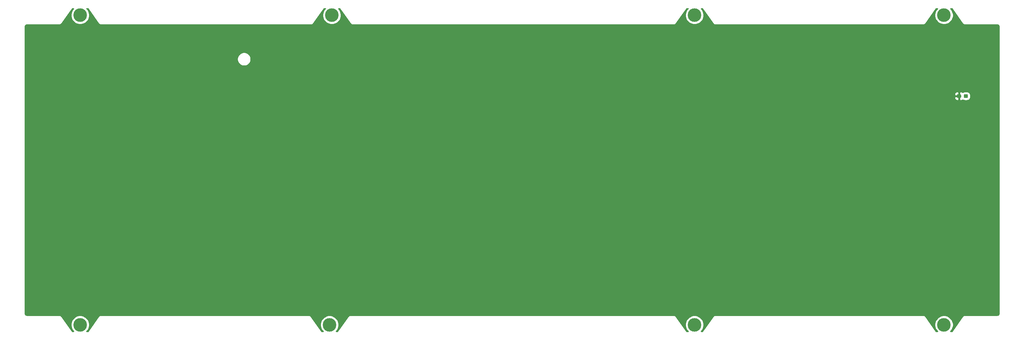
<source format=gbr>
G04 #@! TF.GenerationSoftware,KiCad,Pcbnew,(5.1.4-0)*
G04 #@! TF.CreationDate,2021-10-24T15:44:52-05:00*
G04 #@! TF.ProjectId,bottom_plate,626f7474-6f6d-45f7-906c-6174652e6b69,rev?*
G04 #@! TF.SameCoordinates,Original*
G04 #@! TF.FileFunction,Copper,L1,Top*
G04 #@! TF.FilePolarity,Positive*
%FSLAX46Y46*%
G04 Gerber Fmt 4.6, Leading zero omitted, Abs format (unit mm)*
G04 Created by KiCad (PCBNEW (5.1.4-0)) date 2021-10-24 15:44:52*
%MOMM*%
%LPD*%
G04 APERTURE LIST*
%ADD10C,0.100000*%
%ADD11C,0.950000*%
%ADD12C,3.500000*%
%ADD13C,0.500000*%
%ADD14C,0.250000*%
%ADD15C,0.254000*%
G04 APERTURE END LIST*
D10*
G36*
X389951468Y-59045048D02*
G01*
X389974523Y-59048467D01*
X389997132Y-59054131D01*
X390019076Y-59061983D01*
X390040146Y-59071948D01*
X390060137Y-59083930D01*
X390078857Y-59097814D01*
X390096127Y-59113466D01*
X390111779Y-59130736D01*
X390125663Y-59149456D01*
X390137645Y-59169447D01*
X390147610Y-59190517D01*
X390155462Y-59212461D01*
X390161126Y-59235070D01*
X390164545Y-59258125D01*
X390165689Y-59281404D01*
X390165689Y-59756404D01*
X390164545Y-59779683D01*
X390161126Y-59802738D01*
X390155462Y-59825347D01*
X390147610Y-59847291D01*
X390137645Y-59868361D01*
X390125663Y-59888352D01*
X390111779Y-59907072D01*
X390096127Y-59924342D01*
X390078857Y-59939994D01*
X390060137Y-59953878D01*
X390040146Y-59965860D01*
X390019076Y-59975825D01*
X389997132Y-59983677D01*
X389974523Y-59989341D01*
X389951468Y-59992760D01*
X389928189Y-59993904D01*
X389353189Y-59993904D01*
X389329910Y-59992760D01*
X389306855Y-59989341D01*
X389284246Y-59983677D01*
X389262302Y-59975825D01*
X389241232Y-59965860D01*
X389221241Y-59953878D01*
X389202521Y-59939994D01*
X389185251Y-59924342D01*
X389169599Y-59907072D01*
X389155715Y-59888352D01*
X389143733Y-59868361D01*
X389133768Y-59847291D01*
X389125916Y-59825347D01*
X389120252Y-59802738D01*
X389116833Y-59779683D01*
X389115689Y-59756404D01*
X389115689Y-59281404D01*
X389116833Y-59258125D01*
X389120252Y-59235070D01*
X389125916Y-59212461D01*
X389133768Y-59190517D01*
X389143733Y-59169447D01*
X389155715Y-59149456D01*
X389169599Y-59130736D01*
X389185251Y-59113466D01*
X389202521Y-59097814D01*
X389221241Y-59083930D01*
X389241232Y-59071948D01*
X389262302Y-59061983D01*
X389284246Y-59054131D01*
X389306855Y-59048467D01*
X389329910Y-59045048D01*
X389353189Y-59043904D01*
X389928189Y-59043904D01*
X389951468Y-59045048D01*
X389951468Y-59045048D01*
G37*
D11*
X389640689Y-59518904D03*
D10*
G36*
X388201468Y-59045048D02*
G01*
X388224523Y-59048467D01*
X388247132Y-59054131D01*
X388269076Y-59061983D01*
X388290146Y-59071948D01*
X388310137Y-59083930D01*
X388328857Y-59097814D01*
X388346127Y-59113466D01*
X388361779Y-59130736D01*
X388375663Y-59149456D01*
X388387645Y-59169447D01*
X388397610Y-59190517D01*
X388405462Y-59212461D01*
X388411126Y-59235070D01*
X388414545Y-59258125D01*
X388415689Y-59281404D01*
X388415689Y-59756404D01*
X388414545Y-59779683D01*
X388411126Y-59802738D01*
X388405462Y-59825347D01*
X388397610Y-59847291D01*
X388387645Y-59868361D01*
X388375663Y-59888352D01*
X388361779Y-59907072D01*
X388346127Y-59924342D01*
X388328857Y-59939994D01*
X388310137Y-59953878D01*
X388290146Y-59965860D01*
X388269076Y-59975825D01*
X388247132Y-59983677D01*
X388224523Y-59989341D01*
X388201468Y-59992760D01*
X388178189Y-59993904D01*
X387603189Y-59993904D01*
X387579910Y-59992760D01*
X387556855Y-59989341D01*
X387534246Y-59983677D01*
X387512302Y-59975825D01*
X387491232Y-59965860D01*
X387471241Y-59953878D01*
X387452521Y-59939994D01*
X387435251Y-59924342D01*
X387419599Y-59907072D01*
X387405715Y-59888352D01*
X387393733Y-59868361D01*
X387383768Y-59847291D01*
X387375916Y-59825347D01*
X387370252Y-59802738D01*
X387366833Y-59779683D01*
X387365689Y-59756404D01*
X387365689Y-59281404D01*
X387366833Y-59258125D01*
X387370252Y-59235070D01*
X387375916Y-59212461D01*
X387383768Y-59190517D01*
X387393733Y-59169447D01*
X387405715Y-59149456D01*
X387419599Y-59130736D01*
X387435251Y-59113466D01*
X387452521Y-59097814D01*
X387471241Y-59083930D01*
X387491232Y-59071948D01*
X387512302Y-59061983D01*
X387534246Y-59054131D01*
X387556855Y-59048467D01*
X387579910Y-59045048D01*
X387603189Y-59043904D01*
X388178189Y-59043904D01*
X388201468Y-59045048D01*
X388201468Y-59045048D01*
G37*
D11*
X387890689Y-59518904D03*
D12*
X319709314Y-118454824D03*
X319709381Y-38682951D03*
X225649927Y-118454824D03*
X226245240Y-38683016D03*
X161356123Y-118454824D03*
X161356322Y-38683016D03*
X384003010Y-38683016D03*
X384003010Y-118454824D03*
D13*
X385194165Y-59518840D03*
D14*
X387711370Y-59518840D02*
X385194165Y-59518840D01*
D15*
G36*
X317856831Y-37162602D02*
G01*
X317595821Y-37553230D01*
X317416035Y-37987272D01*
X317324381Y-38448049D01*
X317324381Y-38917853D01*
X317416035Y-39378630D01*
X317595821Y-39812672D01*
X317856831Y-40203300D01*
X318189032Y-40535501D01*
X318579660Y-40796511D01*
X319013702Y-40976297D01*
X319474479Y-41067951D01*
X319944283Y-41067951D01*
X320405060Y-40976297D01*
X320839102Y-40796511D01*
X321229730Y-40535501D01*
X321561931Y-40203300D01*
X321822941Y-39812672D01*
X322002727Y-39378630D01*
X322094381Y-38917853D01*
X322094381Y-38448049D01*
X322002727Y-37987272D01*
X321822941Y-37553230D01*
X321561931Y-37162602D01*
X321361033Y-36961704D01*
X321751082Y-36961704D01*
X324505207Y-40817712D01*
X324515697Y-40837337D01*
X324542894Y-40870476D01*
X324548889Y-40878870D01*
X324563476Y-40895556D01*
X324598174Y-40937835D01*
X324606186Y-40944411D01*
X324613017Y-40952224D01*
X324656388Y-40985610D01*
X324698672Y-41020312D01*
X324707820Y-41025202D01*
X324716037Y-41031527D01*
X324765079Y-41055807D01*
X324813329Y-41081597D01*
X324823249Y-41084606D01*
X324832548Y-41089210D01*
X324885386Y-41103456D01*
X324937739Y-41119337D01*
X324948062Y-41120354D01*
X324958074Y-41123053D01*
X325012664Y-41126716D01*
X325034703Y-41128887D01*
X325045010Y-41128887D01*
X325087792Y-41131758D01*
X325109862Y-41128887D01*
X378602454Y-41128952D01*
X378624514Y-41131822D01*
X378667301Y-41128952D01*
X378677620Y-41128952D01*
X378699655Y-41126782D01*
X378754231Y-41123121D01*
X378764251Y-41120420D01*
X378774584Y-41119402D01*
X378826936Y-41103521D01*
X378879758Y-41089281D01*
X378889063Y-41084675D01*
X378898994Y-41081662D01*
X378947247Y-41055871D01*
X378996271Y-41031601D01*
X379004494Y-41025272D01*
X379013651Y-41020377D01*
X379055933Y-40985677D01*
X379099293Y-40952301D01*
X379106129Y-40944482D01*
X379114149Y-40937900D01*
X379148851Y-40895616D01*
X379163423Y-40878948D01*
X379169419Y-40870554D01*
X379196626Y-40837402D01*
X379207113Y-40817781D01*
X381961402Y-36961768D01*
X382351359Y-36961768D01*
X382150460Y-37162667D01*
X381889450Y-37553295D01*
X381709664Y-37987337D01*
X381618010Y-38448114D01*
X381618010Y-38917918D01*
X381709664Y-39378695D01*
X381889450Y-39812737D01*
X382150460Y-40203365D01*
X382482661Y-40535566D01*
X382873289Y-40796576D01*
X383307331Y-40976362D01*
X383768108Y-41068016D01*
X384237912Y-41068016D01*
X384698689Y-40976362D01*
X385132731Y-40796576D01*
X385523359Y-40535566D01*
X385855560Y-40203365D01*
X386116570Y-39812737D01*
X386296356Y-39378695D01*
X386388010Y-38917918D01*
X386388010Y-38448114D01*
X386296356Y-37987337D01*
X386116570Y-37553295D01*
X385855560Y-37162667D01*
X385654661Y-36961768D01*
X386044778Y-36961768D01*
X388799040Y-40817968D01*
X388809391Y-40837333D01*
X388836233Y-40870040D01*
X388842585Y-40878934D01*
X388858033Y-40896605D01*
X388891867Y-40937832D01*
X388899683Y-40944247D01*
X388906713Y-40952288D01*
X388951331Y-40986634D01*
X388992364Y-41020310D01*
X389001245Y-41025057D01*
X389009733Y-41031591D01*
X389060380Y-41056666D01*
X389107021Y-41081596D01*
X389116613Y-41084506D01*
X389126244Y-41089274D01*
X389180955Y-41104025D01*
X389231431Y-41119337D01*
X389241387Y-41120318D01*
X389251770Y-41123117D01*
X389308384Y-41126916D01*
X389328394Y-41128887D01*
X389337753Y-41128887D01*
X389381488Y-41131822D01*
X389404047Y-41128888D01*
X397662903Y-41128951D01*
X397797637Y-41142162D01*
X397896182Y-41171915D01*
X397987079Y-41220245D01*
X398066848Y-41285303D01*
X398132471Y-41364628D01*
X398181431Y-41455178D01*
X398211872Y-41553515D01*
X398225811Y-41686135D01*
X398225810Y-115445987D01*
X398212600Y-115580714D01*
X398182846Y-115679263D01*
X398134516Y-115770157D01*
X398069459Y-115849926D01*
X397990136Y-115915547D01*
X397899584Y-115964509D01*
X397801249Y-115994949D01*
X397668624Y-116008888D01*
X389403565Y-116008952D01*
X389381511Y-116006083D01*
X389338720Y-116008953D01*
X389328394Y-116008953D01*
X389306355Y-116011124D01*
X389251794Y-116014783D01*
X389241773Y-116017484D01*
X389231431Y-116018503D01*
X389179063Y-116034389D01*
X389126266Y-116048622D01*
X389116959Y-116053229D01*
X389107021Y-116056244D01*
X389058771Y-116082034D01*
X389009753Y-116106300D01*
X389001525Y-116112633D01*
X388992364Y-116117530D01*
X388950087Y-116152227D01*
X388906730Y-116185600D01*
X388899890Y-116193424D01*
X388891867Y-116200008D01*
X388857196Y-116242255D01*
X388842599Y-116258951D01*
X388836585Y-116267370D01*
X388809391Y-116300507D01*
X388798913Y-116320111D01*
X386044614Y-120176072D01*
X385654661Y-120176072D01*
X385855560Y-119975173D01*
X386116570Y-119584545D01*
X386296356Y-119150503D01*
X386388010Y-118689726D01*
X386388010Y-118219922D01*
X386296356Y-117759145D01*
X386116570Y-117325103D01*
X385855560Y-116934475D01*
X385523359Y-116602274D01*
X385132731Y-116341264D01*
X384698689Y-116161478D01*
X384237912Y-116069824D01*
X383768108Y-116069824D01*
X383307331Y-116161478D01*
X382873289Y-116341264D01*
X382482661Y-116602274D01*
X382150460Y-116934475D01*
X381889450Y-117325103D01*
X381709664Y-117759145D01*
X381618010Y-118219922D01*
X381618010Y-118689726D01*
X381709664Y-119150503D01*
X381889450Y-119584545D01*
X382150460Y-119975173D01*
X382351359Y-120176072D01*
X381961402Y-120176072D01*
X379206979Y-116319871D01*
X379196627Y-116300503D01*
X379169770Y-116267778D01*
X379163423Y-116258892D01*
X379147997Y-116241247D01*
X379114150Y-116200005D01*
X379106328Y-116193585D01*
X379099293Y-116185539D01*
X379054674Y-116151194D01*
X379013652Y-116117528D01*
X379004768Y-116112779D01*
X378996271Y-116106239D01*
X378945613Y-116081161D01*
X378898995Y-116056243D01*
X378889400Y-116053332D01*
X378879758Y-116048559D01*
X378825020Y-116033802D01*
X378774585Y-116018503D01*
X378764631Y-116017523D01*
X378754231Y-116014719D01*
X378697589Y-116010920D01*
X378677621Y-116008953D01*
X378668270Y-116008953D01*
X378624514Y-116006018D01*
X378601956Y-116008953D01*
X325109865Y-116008888D01*
X325087803Y-116006018D01*
X325045026Y-116008888D01*
X325034704Y-116008888D01*
X325012647Y-116011060D01*
X324958086Y-116014721D01*
X324948074Y-116017420D01*
X324937740Y-116018438D01*
X324885368Y-116034325D01*
X324832559Y-116048562D01*
X324823259Y-116053166D01*
X324813330Y-116056178D01*
X324765082Y-116081967D01*
X324716047Y-116106242D01*
X324707824Y-116112572D01*
X324698673Y-116117463D01*
X324656400Y-116152156D01*
X324613025Y-116185544D01*
X324606190Y-116193363D01*
X324598175Y-116199940D01*
X324563486Y-116242208D01*
X324548896Y-116258897D01*
X324542895Y-116267298D01*
X324515698Y-116300438D01*
X324505212Y-116320056D01*
X321750981Y-120176072D01*
X321360965Y-120176072D01*
X321561864Y-119975173D01*
X321822874Y-119584545D01*
X322002660Y-119150503D01*
X322094314Y-118689726D01*
X322094314Y-118219922D01*
X322002660Y-117759145D01*
X321822874Y-117325103D01*
X321561864Y-116934475D01*
X321229663Y-116602274D01*
X320839035Y-116341264D01*
X320404993Y-116161478D01*
X319944216Y-116069824D01*
X319474412Y-116069824D01*
X319013635Y-116161478D01*
X318579593Y-116341264D01*
X318188965Y-116602274D01*
X317856764Y-116934475D01*
X317595754Y-117325103D01*
X317415968Y-117759145D01*
X317324314Y-118219922D01*
X317324314Y-118689726D01*
X317415968Y-119150503D01*
X317595754Y-119584545D01*
X317856764Y-119975173D01*
X318057663Y-120176072D01*
X317667713Y-120176072D01*
X314913418Y-116320060D01*
X314902930Y-116300438D01*
X314875721Y-116267283D01*
X314869726Y-116258891D01*
X314855160Y-116242230D01*
X314820453Y-116199940D01*
X314812430Y-116193355D01*
X314805596Y-116185539D01*
X314762244Y-116152169D01*
X314719955Y-116117463D01*
X314710798Y-116112569D01*
X314702574Y-116106238D01*
X314653549Y-116081968D01*
X314605298Y-116056178D01*
X314595365Y-116053165D01*
X314586061Y-116048559D01*
X314533248Y-116034321D01*
X314480888Y-116018438D01*
X314470554Y-116017420D01*
X314460534Y-116014719D01*
X314405961Y-116011058D01*
X314383924Y-116008888D01*
X314373604Y-116008888D01*
X314330817Y-116006018D01*
X314308758Y-116008888D01*
X231050577Y-116008953D01*
X231028519Y-116006083D01*
X230985727Y-116008953D01*
X230975407Y-116008953D01*
X230953378Y-116011123D01*
X230898802Y-116014783D01*
X230888779Y-116017485D01*
X230878443Y-116018503D01*
X230826095Y-116034383D01*
X230773274Y-116048622D01*
X230763966Y-116053230D01*
X230754033Y-116056243D01*
X230705798Y-116082025D01*
X230656761Y-116106300D01*
X230648532Y-116112634D01*
X230639376Y-116117528D01*
X230597105Y-116152219D01*
X230553738Y-116185600D01*
X230546899Y-116193422D01*
X230538878Y-116200005D01*
X230504201Y-116242259D01*
X230489607Y-116258951D01*
X230483598Y-116267364D01*
X230456401Y-116300503D01*
X230445920Y-116320112D01*
X227691622Y-120176072D01*
X227301578Y-120176072D01*
X227502477Y-119975173D01*
X227763487Y-119584545D01*
X227943273Y-119150503D01*
X228034927Y-118689726D01*
X228034927Y-118219922D01*
X227943273Y-117759145D01*
X227763487Y-117325103D01*
X227502477Y-116934475D01*
X227170276Y-116602274D01*
X226779648Y-116341264D01*
X226345606Y-116161478D01*
X225884829Y-116069824D01*
X225415025Y-116069824D01*
X224954248Y-116161478D01*
X224520206Y-116341264D01*
X224129578Y-116602274D01*
X223797377Y-116934475D01*
X223536367Y-117325103D01*
X223356581Y-117759145D01*
X223264927Y-118219922D01*
X223264927Y-118689726D01*
X223356581Y-119150503D01*
X223536367Y-119584545D01*
X223797377Y-119975173D01*
X223998276Y-120176072D01*
X223608329Y-120176072D01*
X220854124Y-116320063D01*
X220843634Y-116300437D01*
X220816430Y-116267289D01*
X220810437Y-116258899D01*
X220795865Y-116242231D01*
X220761156Y-116199939D01*
X220753136Y-116193357D01*
X220746307Y-116185546D01*
X220702949Y-116152170D01*
X220660658Y-116117463D01*
X220651509Y-116112573D01*
X220643286Y-116106243D01*
X220594244Y-116081964D01*
X220546001Y-116056178D01*
X220536074Y-116053167D01*
X220526775Y-116048563D01*
X220473956Y-116034323D01*
X220421591Y-116018438D01*
X220411262Y-116017421D01*
X220401248Y-116014721D01*
X220346677Y-116011060D01*
X220324627Y-116008888D01*
X220314308Y-116008888D01*
X220271531Y-116006018D01*
X220249468Y-116008888D01*
X166757387Y-116009017D01*
X166734844Y-116006083D01*
X166691078Y-116009017D01*
X166681710Y-116009017D01*
X166661744Y-116010983D01*
X166605126Y-116014779D01*
X166594715Y-116017585D01*
X166584746Y-116018567D01*
X166534310Y-116033867D01*
X166479598Y-116048614D01*
X166469946Y-116053392D01*
X166460336Y-116056307D01*
X166413718Y-116081224D01*
X166363083Y-116106289D01*
X166354577Y-116112836D01*
X166345679Y-116117592D01*
X166304663Y-116151254D01*
X166260058Y-116185585D01*
X166253013Y-116193642D01*
X166245181Y-116200070D01*
X166211366Y-116241274D01*
X166195924Y-116258935D01*
X166189555Y-116267851D01*
X166162705Y-116300568D01*
X166152365Y-116319912D01*
X163397744Y-120176072D01*
X163007774Y-120176072D01*
X163208673Y-119975173D01*
X163469683Y-119584545D01*
X163649469Y-119150503D01*
X163741123Y-118689726D01*
X163741123Y-118219922D01*
X163649469Y-117759145D01*
X163469683Y-117325103D01*
X163208673Y-116934475D01*
X162876472Y-116602274D01*
X162485844Y-116341264D01*
X162051802Y-116161478D01*
X161591025Y-116069824D01*
X161121221Y-116069824D01*
X160660444Y-116161478D01*
X160226402Y-116341264D01*
X159835774Y-116602274D01*
X159503573Y-116934475D01*
X159242563Y-117325103D01*
X159062777Y-117759145D01*
X158971123Y-118219922D01*
X158971123Y-118689726D01*
X159062777Y-119150503D01*
X159242563Y-119584545D01*
X159503573Y-119975173D01*
X159704472Y-120176072D01*
X159314532Y-120176072D01*
X156560433Y-116320072D01*
X156549939Y-116300438D01*
X156522733Y-116267288D01*
X156516748Y-116258908D01*
X156502181Y-116242246D01*
X156467462Y-116199940D01*
X156459447Y-116193362D01*
X156452620Y-116185553D01*
X156409272Y-116152185D01*
X156366964Y-116117463D01*
X156357811Y-116112571D01*
X156349600Y-116106250D01*
X156300595Y-116081988D01*
X156252307Y-116056178D01*
X156242379Y-116053166D01*
X156233089Y-116048567D01*
X156180289Y-116034331D01*
X156127897Y-116018438D01*
X156117569Y-116017421D01*
X156107563Y-116014723D01*
X156053000Y-116011061D01*
X156030933Y-116008888D01*
X156020614Y-116008888D01*
X155977847Y-116006018D01*
X155955782Y-116008888D01*
X147696423Y-116008888D01*
X147561696Y-115995678D01*
X147463147Y-115965924D01*
X147372253Y-115917594D01*
X147292484Y-115852537D01*
X147226863Y-115773214D01*
X147177901Y-115682662D01*
X147147461Y-115584327D01*
X147133522Y-115451707D01*
X147133522Y-59993904D01*
X386727617Y-59993904D01*
X386739877Y-60118386D01*
X386776187Y-60238084D01*
X386835152Y-60348398D01*
X386914504Y-60445089D01*
X387011195Y-60524441D01*
X387121509Y-60583406D01*
X387241207Y-60619716D01*
X387365689Y-60631976D01*
X387604939Y-60628904D01*
X387763689Y-60470154D01*
X387763689Y-59645904D01*
X386889439Y-59645904D01*
X386730689Y-59804654D01*
X386727617Y-59993904D01*
X147133522Y-59993904D01*
X147133522Y-59043904D01*
X386727617Y-59043904D01*
X386730689Y-59233154D01*
X386889439Y-59391904D01*
X387763689Y-59391904D01*
X387763689Y-58567654D01*
X388017689Y-58567654D01*
X388017689Y-59391904D01*
X388037689Y-59391904D01*
X388037689Y-59645904D01*
X388017689Y-59645904D01*
X388017689Y-60470154D01*
X388176439Y-60628904D01*
X388415689Y-60631976D01*
X388540171Y-60619716D01*
X388659869Y-60583406D01*
X388770183Y-60524441D01*
X388842850Y-60464805D01*
X388866747Y-60484416D01*
X389018122Y-60565327D01*
X389182373Y-60615152D01*
X389353189Y-60631976D01*
X389928189Y-60631976D01*
X390099005Y-60615152D01*
X390263256Y-60565327D01*
X390414631Y-60484416D01*
X390547312Y-60375527D01*
X390656201Y-60242846D01*
X390737112Y-60091471D01*
X390786937Y-59927220D01*
X390803761Y-59756404D01*
X390803761Y-59281404D01*
X390786937Y-59110588D01*
X390737112Y-58946337D01*
X390656201Y-58794962D01*
X390547312Y-58662281D01*
X390414631Y-58553392D01*
X390263256Y-58472481D01*
X390099005Y-58422656D01*
X389928189Y-58405832D01*
X389353189Y-58405832D01*
X389182373Y-58422656D01*
X389018122Y-58472481D01*
X388866747Y-58553392D01*
X388842850Y-58573003D01*
X388770183Y-58513367D01*
X388659869Y-58454402D01*
X388540171Y-58418092D01*
X388415689Y-58405832D01*
X388176439Y-58408904D01*
X388017689Y-58567654D01*
X387763689Y-58567654D01*
X387604939Y-58408904D01*
X387365689Y-58405832D01*
X387241207Y-58418092D01*
X387121509Y-58454402D01*
X387011195Y-58513367D01*
X386914504Y-58592719D01*
X386835152Y-58689410D01*
X386776187Y-58799724D01*
X386739877Y-58919422D01*
X386727617Y-59043904D01*
X147133522Y-59043904D01*
X147133522Y-49823061D01*
X201888474Y-49823061D01*
X201888474Y-50164827D01*
X201955149Y-50500025D01*
X202085937Y-50815775D01*
X202275811Y-51099942D01*
X202517476Y-51341607D01*
X202801643Y-51531481D01*
X203117393Y-51662269D01*
X203452591Y-51728944D01*
X203794357Y-51728944D01*
X204129555Y-51662269D01*
X204445305Y-51531481D01*
X204729472Y-51341607D01*
X204971137Y-51099942D01*
X205161011Y-50815775D01*
X205291799Y-50500025D01*
X205358474Y-50164827D01*
X205358474Y-49823061D01*
X205291799Y-49487863D01*
X205161011Y-49172113D01*
X204971137Y-48887946D01*
X204729472Y-48646281D01*
X204445305Y-48456407D01*
X204129555Y-48325619D01*
X203794357Y-48258944D01*
X203452591Y-48258944D01*
X203117393Y-48325619D01*
X202801643Y-48456407D01*
X202517476Y-48646281D01*
X202275811Y-48887946D01*
X202085937Y-49172113D01*
X201955149Y-49487863D01*
X201888474Y-49823061D01*
X147133522Y-49823061D01*
X147133522Y-41691853D01*
X147146732Y-41557125D01*
X147176485Y-41458580D01*
X147224815Y-41367683D01*
X147289873Y-41287914D01*
X147369198Y-41222291D01*
X147459748Y-41173331D01*
X147558085Y-41142890D01*
X147690695Y-41128952D01*
X155955767Y-41128952D01*
X155977825Y-41131822D01*
X156020612Y-41128952D01*
X156030933Y-41128952D01*
X156052972Y-41126781D01*
X156107542Y-41123121D01*
X156117561Y-41120420D01*
X156127897Y-41119402D01*
X156180265Y-41103516D01*
X156233069Y-41089281D01*
X156242371Y-41084676D01*
X156252307Y-41081662D01*
X156300570Y-41055865D01*
X156349582Y-41031602D01*
X156357804Y-41025273D01*
X156366964Y-41020377D01*
X156409268Y-40985659D01*
X156452604Y-40952301D01*
X156459435Y-40944487D01*
X156467462Y-40937900D01*
X156502184Y-40895591D01*
X156516734Y-40878949D01*
X156522722Y-40870566D01*
X156549939Y-40837402D01*
X156560430Y-40817775D01*
X159314721Y-36961768D01*
X159704671Y-36961768D01*
X159503772Y-37162667D01*
X159242762Y-37553295D01*
X159062976Y-37987337D01*
X158971322Y-38448114D01*
X158971322Y-38917918D01*
X159062976Y-39378695D01*
X159242762Y-39812737D01*
X159503772Y-40203365D01*
X159835973Y-40535566D01*
X160226601Y-40796576D01*
X160660643Y-40976362D01*
X161121420Y-41068016D01*
X161591224Y-41068016D01*
X162052001Y-40976362D01*
X162486043Y-40796576D01*
X162876671Y-40535566D01*
X163208872Y-40203365D01*
X163469882Y-39812737D01*
X163649668Y-39378695D01*
X163741322Y-38917918D01*
X163741322Y-38448114D01*
X163649668Y-37987337D01*
X163469882Y-37553295D01*
X163208872Y-37162667D01*
X163007973Y-36961768D01*
X163397926Y-36961768D01*
X166152221Y-40817725D01*
X166162705Y-40837338D01*
X166189907Y-40870484D01*
X166195911Y-40878889D01*
X166210491Y-40895566D01*
X166245182Y-40937836D01*
X166253206Y-40944421D01*
X166260042Y-40952240D01*
X166303390Y-40985606D01*
X166345680Y-41020313D01*
X166354841Y-41025209D01*
X166363065Y-41031540D01*
X166412076Y-41055802D01*
X166460337Y-41081598D01*
X166470275Y-41084613D01*
X166479578Y-41089218D01*
X166532369Y-41103449D01*
X166584747Y-41119338D01*
X166595088Y-41120357D01*
X166605106Y-41123057D01*
X166659650Y-41126715D01*
X166681711Y-41128888D01*
X166692046Y-41128888D01*
X166734823Y-41131757D01*
X166756874Y-41128888D01*
X220844289Y-41128888D01*
X220866843Y-41131822D01*
X220910574Y-41128888D01*
X220919941Y-41128888D01*
X220939958Y-41126917D01*
X220996559Y-41123119D01*
X221006945Y-41120319D01*
X221016905Y-41119338D01*
X221067394Y-41104022D01*
X221122087Y-41089277D01*
X221131717Y-41084510D01*
X221141315Y-41081598D01*
X221187961Y-41056665D01*
X221238598Y-41031597D01*
X221247088Y-41025061D01*
X221255972Y-41020313D01*
X221297028Y-40986619D01*
X221341619Y-40952294D01*
X221348644Y-40944259D01*
X221356470Y-40937836D01*
X221390332Y-40896575D01*
X221405749Y-40878941D01*
X221412091Y-40870062D01*
X221438947Y-40837338D01*
X221449302Y-40817964D01*
X224203642Y-36961768D01*
X224593589Y-36961768D01*
X224392690Y-37162667D01*
X224131680Y-37553295D01*
X223951894Y-37987337D01*
X223860240Y-38448114D01*
X223860240Y-38917918D01*
X223951894Y-39378695D01*
X224131680Y-39812737D01*
X224392690Y-40203365D01*
X224724891Y-40535566D01*
X225115519Y-40796576D01*
X225549561Y-40976362D01*
X226010338Y-41068016D01*
X226480142Y-41068016D01*
X226940919Y-40976362D01*
X227374961Y-40796576D01*
X227765589Y-40535566D01*
X228097790Y-40203365D01*
X228358800Y-39812737D01*
X228538586Y-39378695D01*
X228630240Y-38917918D01*
X228630240Y-38448114D01*
X228538586Y-37987337D01*
X228358800Y-37553295D01*
X228097790Y-37162667D01*
X227896891Y-36961768D01*
X228286850Y-36961768D01*
X231041365Y-40817977D01*
X231051713Y-40837338D01*
X231078568Y-40870061D01*
X231084922Y-40878956D01*
X231100350Y-40896602D01*
X231134190Y-40937836D01*
X231142017Y-40944260D01*
X231149053Y-40952307D01*
X231193659Y-40986641D01*
X231234688Y-41020313D01*
X231243577Y-41025064D01*
X231252076Y-41031606D01*
X231302713Y-41056673D01*
X231349345Y-41081598D01*
X231358949Y-41084511D01*
X231368590Y-41089284D01*
X231423286Y-41104028D01*
X231473755Y-41119338D01*
X231483722Y-41120320D01*
X231494118Y-41123122D01*
X231550704Y-41126917D01*
X231570719Y-41128888D01*
X231580099Y-41128888D01*
X231623835Y-41131821D01*
X231646376Y-41128888D01*
X314308759Y-41128888D01*
X314330818Y-41131758D01*
X314373605Y-41128888D01*
X314383925Y-41128888D01*
X314405962Y-41126718D01*
X314460535Y-41123057D01*
X314470555Y-41120356D01*
X314480889Y-41119338D01*
X314533249Y-41103455D01*
X314586062Y-41089217D01*
X314595365Y-41084611D01*
X314605299Y-41081598D01*
X314653564Y-41055800D01*
X314702575Y-41031537D01*
X314710796Y-41025209D01*
X314719956Y-41020313D01*
X314762254Y-40985600D01*
X314805597Y-40952237D01*
X314812430Y-40944421D01*
X314820454Y-40937836D01*
X314855171Y-40895533D01*
X314869727Y-40878884D01*
X314875716Y-40870500D01*
X314902931Y-40837338D01*
X314913421Y-40817712D01*
X317667706Y-36961704D01*
X318057729Y-36961704D01*
X317856831Y-37162602D01*
X317856831Y-37162602D01*
G37*
X317856831Y-37162602D02*
X317595821Y-37553230D01*
X317416035Y-37987272D01*
X317324381Y-38448049D01*
X317324381Y-38917853D01*
X317416035Y-39378630D01*
X317595821Y-39812672D01*
X317856831Y-40203300D01*
X318189032Y-40535501D01*
X318579660Y-40796511D01*
X319013702Y-40976297D01*
X319474479Y-41067951D01*
X319944283Y-41067951D01*
X320405060Y-40976297D01*
X320839102Y-40796511D01*
X321229730Y-40535501D01*
X321561931Y-40203300D01*
X321822941Y-39812672D01*
X322002727Y-39378630D01*
X322094381Y-38917853D01*
X322094381Y-38448049D01*
X322002727Y-37987272D01*
X321822941Y-37553230D01*
X321561931Y-37162602D01*
X321361033Y-36961704D01*
X321751082Y-36961704D01*
X324505207Y-40817712D01*
X324515697Y-40837337D01*
X324542894Y-40870476D01*
X324548889Y-40878870D01*
X324563476Y-40895556D01*
X324598174Y-40937835D01*
X324606186Y-40944411D01*
X324613017Y-40952224D01*
X324656388Y-40985610D01*
X324698672Y-41020312D01*
X324707820Y-41025202D01*
X324716037Y-41031527D01*
X324765079Y-41055807D01*
X324813329Y-41081597D01*
X324823249Y-41084606D01*
X324832548Y-41089210D01*
X324885386Y-41103456D01*
X324937739Y-41119337D01*
X324948062Y-41120354D01*
X324958074Y-41123053D01*
X325012664Y-41126716D01*
X325034703Y-41128887D01*
X325045010Y-41128887D01*
X325087792Y-41131758D01*
X325109862Y-41128887D01*
X378602454Y-41128952D01*
X378624514Y-41131822D01*
X378667301Y-41128952D01*
X378677620Y-41128952D01*
X378699655Y-41126782D01*
X378754231Y-41123121D01*
X378764251Y-41120420D01*
X378774584Y-41119402D01*
X378826936Y-41103521D01*
X378879758Y-41089281D01*
X378889063Y-41084675D01*
X378898994Y-41081662D01*
X378947247Y-41055871D01*
X378996271Y-41031601D01*
X379004494Y-41025272D01*
X379013651Y-41020377D01*
X379055933Y-40985677D01*
X379099293Y-40952301D01*
X379106129Y-40944482D01*
X379114149Y-40937900D01*
X379148851Y-40895616D01*
X379163423Y-40878948D01*
X379169419Y-40870554D01*
X379196626Y-40837402D01*
X379207113Y-40817781D01*
X381961402Y-36961768D01*
X382351359Y-36961768D01*
X382150460Y-37162667D01*
X381889450Y-37553295D01*
X381709664Y-37987337D01*
X381618010Y-38448114D01*
X381618010Y-38917918D01*
X381709664Y-39378695D01*
X381889450Y-39812737D01*
X382150460Y-40203365D01*
X382482661Y-40535566D01*
X382873289Y-40796576D01*
X383307331Y-40976362D01*
X383768108Y-41068016D01*
X384237912Y-41068016D01*
X384698689Y-40976362D01*
X385132731Y-40796576D01*
X385523359Y-40535566D01*
X385855560Y-40203365D01*
X386116570Y-39812737D01*
X386296356Y-39378695D01*
X386388010Y-38917918D01*
X386388010Y-38448114D01*
X386296356Y-37987337D01*
X386116570Y-37553295D01*
X385855560Y-37162667D01*
X385654661Y-36961768D01*
X386044778Y-36961768D01*
X388799040Y-40817968D01*
X388809391Y-40837333D01*
X388836233Y-40870040D01*
X388842585Y-40878934D01*
X388858033Y-40896605D01*
X388891867Y-40937832D01*
X388899683Y-40944247D01*
X388906713Y-40952288D01*
X388951331Y-40986634D01*
X388992364Y-41020310D01*
X389001245Y-41025057D01*
X389009733Y-41031591D01*
X389060380Y-41056666D01*
X389107021Y-41081596D01*
X389116613Y-41084506D01*
X389126244Y-41089274D01*
X389180955Y-41104025D01*
X389231431Y-41119337D01*
X389241387Y-41120318D01*
X389251770Y-41123117D01*
X389308384Y-41126916D01*
X389328394Y-41128887D01*
X389337753Y-41128887D01*
X389381488Y-41131822D01*
X389404047Y-41128888D01*
X397662903Y-41128951D01*
X397797637Y-41142162D01*
X397896182Y-41171915D01*
X397987079Y-41220245D01*
X398066848Y-41285303D01*
X398132471Y-41364628D01*
X398181431Y-41455178D01*
X398211872Y-41553515D01*
X398225811Y-41686135D01*
X398225810Y-115445987D01*
X398212600Y-115580714D01*
X398182846Y-115679263D01*
X398134516Y-115770157D01*
X398069459Y-115849926D01*
X397990136Y-115915547D01*
X397899584Y-115964509D01*
X397801249Y-115994949D01*
X397668624Y-116008888D01*
X389403565Y-116008952D01*
X389381511Y-116006083D01*
X389338720Y-116008953D01*
X389328394Y-116008953D01*
X389306355Y-116011124D01*
X389251794Y-116014783D01*
X389241773Y-116017484D01*
X389231431Y-116018503D01*
X389179063Y-116034389D01*
X389126266Y-116048622D01*
X389116959Y-116053229D01*
X389107021Y-116056244D01*
X389058771Y-116082034D01*
X389009753Y-116106300D01*
X389001525Y-116112633D01*
X388992364Y-116117530D01*
X388950087Y-116152227D01*
X388906730Y-116185600D01*
X388899890Y-116193424D01*
X388891867Y-116200008D01*
X388857196Y-116242255D01*
X388842599Y-116258951D01*
X388836585Y-116267370D01*
X388809391Y-116300507D01*
X388798913Y-116320111D01*
X386044614Y-120176072D01*
X385654661Y-120176072D01*
X385855560Y-119975173D01*
X386116570Y-119584545D01*
X386296356Y-119150503D01*
X386388010Y-118689726D01*
X386388010Y-118219922D01*
X386296356Y-117759145D01*
X386116570Y-117325103D01*
X385855560Y-116934475D01*
X385523359Y-116602274D01*
X385132731Y-116341264D01*
X384698689Y-116161478D01*
X384237912Y-116069824D01*
X383768108Y-116069824D01*
X383307331Y-116161478D01*
X382873289Y-116341264D01*
X382482661Y-116602274D01*
X382150460Y-116934475D01*
X381889450Y-117325103D01*
X381709664Y-117759145D01*
X381618010Y-118219922D01*
X381618010Y-118689726D01*
X381709664Y-119150503D01*
X381889450Y-119584545D01*
X382150460Y-119975173D01*
X382351359Y-120176072D01*
X381961402Y-120176072D01*
X379206979Y-116319871D01*
X379196627Y-116300503D01*
X379169770Y-116267778D01*
X379163423Y-116258892D01*
X379147997Y-116241247D01*
X379114150Y-116200005D01*
X379106328Y-116193585D01*
X379099293Y-116185539D01*
X379054674Y-116151194D01*
X379013652Y-116117528D01*
X379004768Y-116112779D01*
X378996271Y-116106239D01*
X378945613Y-116081161D01*
X378898995Y-116056243D01*
X378889400Y-116053332D01*
X378879758Y-116048559D01*
X378825020Y-116033802D01*
X378774585Y-116018503D01*
X378764631Y-116017523D01*
X378754231Y-116014719D01*
X378697589Y-116010920D01*
X378677621Y-116008953D01*
X378668270Y-116008953D01*
X378624514Y-116006018D01*
X378601956Y-116008953D01*
X325109865Y-116008888D01*
X325087803Y-116006018D01*
X325045026Y-116008888D01*
X325034704Y-116008888D01*
X325012647Y-116011060D01*
X324958086Y-116014721D01*
X324948074Y-116017420D01*
X324937740Y-116018438D01*
X324885368Y-116034325D01*
X324832559Y-116048562D01*
X324823259Y-116053166D01*
X324813330Y-116056178D01*
X324765082Y-116081967D01*
X324716047Y-116106242D01*
X324707824Y-116112572D01*
X324698673Y-116117463D01*
X324656400Y-116152156D01*
X324613025Y-116185544D01*
X324606190Y-116193363D01*
X324598175Y-116199940D01*
X324563486Y-116242208D01*
X324548896Y-116258897D01*
X324542895Y-116267298D01*
X324515698Y-116300438D01*
X324505212Y-116320056D01*
X321750981Y-120176072D01*
X321360965Y-120176072D01*
X321561864Y-119975173D01*
X321822874Y-119584545D01*
X322002660Y-119150503D01*
X322094314Y-118689726D01*
X322094314Y-118219922D01*
X322002660Y-117759145D01*
X321822874Y-117325103D01*
X321561864Y-116934475D01*
X321229663Y-116602274D01*
X320839035Y-116341264D01*
X320404993Y-116161478D01*
X319944216Y-116069824D01*
X319474412Y-116069824D01*
X319013635Y-116161478D01*
X318579593Y-116341264D01*
X318188965Y-116602274D01*
X317856764Y-116934475D01*
X317595754Y-117325103D01*
X317415968Y-117759145D01*
X317324314Y-118219922D01*
X317324314Y-118689726D01*
X317415968Y-119150503D01*
X317595754Y-119584545D01*
X317856764Y-119975173D01*
X318057663Y-120176072D01*
X317667713Y-120176072D01*
X314913418Y-116320060D01*
X314902930Y-116300438D01*
X314875721Y-116267283D01*
X314869726Y-116258891D01*
X314855160Y-116242230D01*
X314820453Y-116199940D01*
X314812430Y-116193355D01*
X314805596Y-116185539D01*
X314762244Y-116152169D01*
X314719955Y-116117463D01*
X314710798Y-116112569D01*
X314702574Y-116106238D01*
X314653549Y-116081968D01*
X314605298Y-116056178D01*
X314595365Y-116053165D01*
X314586061Y-116048559D01*
X314533248Y-116034321D01*
X314480888Y-116018438D01*
X314470554Y-116017420D01*
X314460534Y-116014719D01*
X314405961Y-116011058D01*
X314383924Y-116008888D01*
X314373604Y-116008888D01*
X314330817Y-116006018D01*
X314308758Y-116008888D01*
X231050577Y-116008953D01*
X231028519Y-116006083D01*
X230985727Y-116008953D01*
X230975407Y-116008953D01*
X230953378Y-116011123D01*
X230898802Y-116014783D01*
X230888779Y-116017485D01*
X230878443Y-116018503D01*
X230826095Y-116034383D01*
X230773274Y-116048622D01*
X230763966Y-116053230D01*
X230754033Y-116056243D01*
X230705798Y-116082025D01*
X230656761Y-116106300D01*
X230648532Y-116112634D01*
X230639376Y-116117528D01*
X230597105Y-116152219D01*
X230553738Y-116185600D01*
X230546899Y-116193422D01*
X230538878Y-116200005D01*
X230504201Y-116242259D01*
X230489607Y-116258951D01*
X230483598Y-116267364D01*
X230456401Y-116300503D01*
X230445920Y-116320112D01*
X227691622Y-120176072D01*
X227301578Y-120176072D01*
X227502477Y-119975173D01*
X227763487Y-119584545D01*
X227943273Y-119150503D01*
X228034927Y-118689726D01*
X228034927Y-118219922D01*
X227943273Y-117759145D01*
X227763487Y-117325103D01*
X227502477Y-116934475D01*
X227170276Y-116602274D01*
X226779648Y-116341264D01*
X226345606Y-116161478D01*
X225884829Y-116069824D01*
X225415025Y-116069824D01*
X224954248Y-116161478D01*
X224520206Y-116341264D01*
X224129578Y-116602274D01*
X223797377Y-116934475D01*
X223536367Y-117325103D01*
X223356581Y-117759145D01*
X223264927Y-118219922D01*
X223264927Y-118689726D01*
X223356581Y-119150503D01*
X223536367Y-119584545D01*
X223797377Y-119975173D01*
X223998276Y-120176072D01*
X223608329Y-120176072D01*
X220854124Y-116320063D01*
X220843634Y-116300437D01*
X220816430Y-116267289D01*
X220810437Y-116258899D01*
X220795865Y-116242231D01*
X220761156Y-116199939D01*
X220753136Y-116193357D01*
X220746307Y-116185546D01*
X220702949Y-116152170D01*
X220660658Y-116117463D01*
X220651509Y-116112573D01*
X220643286Y-116106243D01*
X220594244Y-116081964D01*
X220546001Y-116056178D01*
X220536074Y-116053167D01*
X220526775Y-116048563D01*
X220473956Y-116034323D01*
X220421591Y-116018438D01*
X220411262Y-116017421D01*
X220401248Y-116014721D01*
X220346677Y-116011060D01*
X220324627Y-116008888D01*
X220314308Y-116008888D01*
X220271531Y-116006018D01*
X220249468Y-116008888D01*
X166757387Y-116009017D01*
X166734844Y-116006083D01*
X166691078Y-116009017D01*
X166681710Y-116009017D01*
X166661744Y-116010983D01*
X166605126Y-116014779D01*
X166594715Y-116017585D01*
X166584746Y-116018567D01*
X166534310Y-116033867D01*
X166479598Y-116048614D01*
X166469946Y-116053392D01*
X166460336Y-116056307D01*
X166413718Y-116081224D01*
X166363083Y-116106289D01*
X166354577Y-116112836D01*
X166345679Y-116117592D01*
X166304663Y-116151254D01*
X166260058Y-116185585D01*
X166253013Y-116193642D01*
X166245181Y-116200070D01*
X166211366Y-116241274D01*
X166195924Y-116258935D01*
X166189555Y-116267851D01*
X166162705Y-116300568D01*
X166152365Y-116319912D01*
X163397744Y-120176072D01*
X163007774Y-120176072D01*
X163208673Y-119975173D01*
X163469683Y-119584545D01*
X163649469Y-119150503D01*
X163741123Y-118689726D01*
X163741123Y-118219922D01*
X163649469Y-117759145D01*
X163469683Y-117325103D01*
X163208673Y-116934475D01*
X162876472Y-116602274D01*
X162485844Y-116341264D01*
X162051802Y-116161478D01*
X161591025Y-116069824D01*
X161121221Y-116069824D01*
X160660444Y-116161478D01*
X160226402Y-116341264D01*
X159835774Y-116602274D01*
X159503573Y-116934475D01*
X159242563Y-117325103D01*
X159062777Y-117759145D01*
X158971123Y-118219922D01*
X158971123Y-118689726D01*
X159062777Y-119150503D01*
X159242563Y-119584545D01*
X159503573Y-119975173D01*
X159704472Y-120176072D01*
X159314532Y-120176072D01*
X156560433Y-116320072D01*
X156549939Y-116300438D01*
X156522733Y-116267288D01*
X156516748Y-116258908D01*
X156502181Y-116242246D01*
X156467462Y-116199940D01*
X156459447Y-116193362D01*
X156452620Y-116185553D01*
X156409272Y-116152185D01*
X156366964Y-116117463D01*
X156357811Y-116112571D01*
X156349600Y-116106250D01*
X156300595Y-116081988D01*
X156252307Y-116056178D01*
X156242379Y-116053166D01*
X156233089Y-116048567D01*
X156180289Y-116034331D01*
X156127897Y-116018438D01*
X156117569Y-116017421D01*
X156107563Y-116014723D01*
X156053000Y-116011061D01*
X156030933Y-116008888D01*
X156020614Y-116008888D01*
X155977847Y-116006018D01*
X155955782Y-116008888D01*
X147696423Y-116008888D01*
X147561696Y-115995678D01*
X147463147Y-115965924D01*
X147372253Y-115917594D01*
X147292484Y-115852537D01*
X147226863Y-115773214D01*
X147177901Y-115682662D01*
X147147461Y-115584327D01*
X147133522Y-115451707D01*
X147133522Y-59993904D01*
X386727617Y-59993904D01*
X386739877Y-60118386D01*
X386776187Y-60238084D01*
X386835152Y-60348398D01*
X386914504Y-60445089D01*
X387011195Y-60524441D01*
X387121509Y-60583406D01*
X387241207Y-60619716D01*
X387365689Y-60631976D01*
X387604939Y-60628904D01*
X387763689Y-60470154D01*
X387763689Y-59645904D01*
X386889439Y-59645904D01*
X386730689Y-59804654D01*
X386727617Y-59993904D01*
X147133522Y-59993904D01*
X147133522Y-59043904D01*
X386727617Y-59043904D01*
X386730689Y-59233154D01*
X386889439Y-59391904D01*
X387763689Y-59391904D01*
X387763689Y-58567654D01*
X388017689Y-58567654D01*
X388017689Y-59391904D01*
X388037689Y-59391904D01*
X388037689Y-59645904D01*
X388017689Y-59645904D01*
X388017689Y-60470154D01*
X388176439Y-60628904D01*
X388415689Y-60631976D01*
X388540171Y-60619716D01*
X388659869Y-60583406D01*
X388770183Y-60524441D01*
X388842850Y-60464805D01*
X388866747Y-60484416D01*
X389018122Y-60565327D01*
X389182373Y-60615152D01*
X389353189Y-60631976D01*
X389928189Y-60631976D01*
X390099005Y-60615152D01*
X390263256Y-60565327D01*
X390414631Y-60484416D01*
X390547312Y-60375527D01*
X390656201Y-60242846D01*
X390737112Y-60091471D01*
X390786937Y-59927220D01*
X390803761Y-59756404D01*
X390803761Y-59281404D01*
X390786937Y-59110588D01*
X390737112Y-58946337D01*
X390656201Y-58794962D01*
X390547312Y-58662281D01*
X390414631Y-58553392D01*
X390263256Y-58472481D01*
X390099005Y-58422656D01*
X389928189Y-58405832D01*
X389353189Y-58405832D01*
X389182373Y-58422656D01*
X389018122Y-58472481D01*
X388866747Y-58553392D01*
X388842850Y-58573003D01*
X388770183Y-58513367D01*
X388659869Y-58454402D01*
X388540171Y-58418092D01*
X388415689Y-58405832D01*
X388176439Y-58408904D01*
X388017689Y-58567654D01*
X387763689Y-58567654D01*
X387604939Y-58408904D01*
X387365689Y-58405832D01*
X387241207Y-58418092D01*
X387121509Y-58454402D01*
X387011195Y-58513367D01*
X386914504Y-58592719D01*
X386835152Y-58689410D01*
X386776187Y-58799724D01*
X386739877Y-58919422D01*
X386727617Y-59043904D01*
X147133522Y-59043904D01*
X147133522Y-49823061D01*
X201888474Y-49823061D01*
X201888474Y-50164827D01*
X201955149Y-50500025D01*
X202085937Y-50815775D01*
X202275811Y-51099942D01*
X202517476Y-51341607D01*
X202801643Y-51531481D01*
X203117393Y-51662269D01*
X203452591Y-51728944D01*
X203794357Y-51728944D01*
X204129555Y-51662269D01*
X204445305Y-51531481D01*
X204729472Y-51341607D01*
X204971137Y-51099942D01*
X205161011Y-50815775D01*
X205291799Y-50500025D01*
X205358474Y-50164827D01*
X205358474Y-49823061D01*
X205291799Y-49487863D01*
X205161011Y-49172113D01*
X204971137Y-48887946D01*
X204729472Y-48646281D01*
X204445305Y-48456407D01*
X204129555Y-48325619D01*
X203794357Y-48258944D01*
X203452591Y-48258944D01*
X203117393Y-48325619D01*
X202801643Y-48456407D01*
X202517476Y-48646281D01*
X202275811Y-48887946D01*
X202085937Y-49172113D01*
X201955149Y-49487863D01*
X201888474Y-49823061D01*
X147133522Y-49823061D01*
X147133522Y-41691853D01*
X147146732Y-41557125D01*
X147176485Y-41458580D01*
X147224815Y-41367683D01*
X147289873Y-41287914D01*
X147369198Y-41222291D01*
X147459748Y-41173331D01*
X147558085Y-41142890D01*
X147690695Y-41128952D01*
X155955767Y-41128952D01*
X155977825Y-41131822D01*
X156020612Y-41128952D01*
X156030933Y-41128952D01*
X156052972Y-41126781D01*
X156107542Y-41123121D01*
X156117561Y-41120420D01*
X156127897Y-41119402D01*
X156180265Y-41103516D01*
X156233069Y-41089281D01*
X156242371Y-41084676D01*
X156252307Y-41081662D01*
X156300570Y-41055865D01*
X156349582Y-41031602D01*
X156357804Y-41025273D01*
X156366964Y-41020377D01*
X156409268Y-40985659D01*
X156452604Y-40952301D01*
X156459435Y-40944487D01*
X156467462Y-40937900D01*
X156502184Y-40895591D01*
X156516734Y-40878949D01*
X156522722Y-40870566D01*
X156549939Y-40837402D01*
X156560430Y-40817775D01*
X159314721Y-36961768D01*
X159704671Y-36961768D01*
X159503772Y-37162667D01*
X159242762Y-37553295D01*
X159062976Y-37987337D01*
X158971322Y-38448114D01*
X158971322Y-38917918D01*
X159062976Y-39378695D01*
X159242762Y-39812737D01*
X159503772Y-40203365D01*
X159835973Y-40535566D01*
X160226601Y-40796576D01*
X160660643Y-40976362D01*
X161121420Y-41068016D01*
X161591224Y-41068016D01*
X162052001Y-40976362D01*
X162486043Y-40796576D01*
X162876671Y-40535566D01*
X163208872Y-40203365D01*
X163469882Y-39812737D01*
X163649668Y-39378695D01*
X163741322Y-38917918D01*
X163741322Y-38448114D01*
X163649668Y-37987337D01*
X163469882Y-37553295D01*
X163208872Y-37162667D01*
X163007973Y-36961768D01*
X163397926Y-36961768D01*
X166152221Y-40817725D01*
X166162705Y-40837338D01*
X166189907Y-40870484D01*
X166195911Y-40878889D01*
X166210491Y-40895566D01*
X166245182Y-40937836D01*
X166253206Y-40944421D01*
X166260042Y-40952240D01*
X166303390Y-40985606D01*
X166345680Y-41020313D01*
X166354841Y-41025209D01*
X166363065Y-41031540D01*
X166412076Y-41055802D01*
X166460337Y-41081598D01*
X166470275Y-41084613D01*
X166479578Y-41089218D01*
X166532369Y-41103449D01*
X166584747Y-41119338D01*
X166595088Y-41120357D01*
X166605106Y-41123057D01*
X166659650Y-41126715D01*
X166681711Y-41128888D01*
X166692046Y-41128888D01*
X166734823Y-41131757D01*
X166756874Y-41128888D01*
X220844289Y-41128888D01*
X220866843Y-41131822D01*
X220910574Y-41128888D01*
X220919941Y-41128888D01*
X220939958Y-41126917D01*
X220996559Y-41123119D01*
X221006945Y-41120319D01*
X221016905Y-41119338D01*
X221067394Y-41104022D01*
X221122087Y-41089277D01*
X221131717Y-41084510D01*
X221141315Y-41081598D01*
X221187961Y-41056665D01*
X221238598Y-41031597D01*
X221247088Y-41025061D01*
X221255972Y-41020313D01*
X221297028Y-40986619D01*
X221341619Y-40952294D01*
X221348644Y-40944259D01*
X221356470Y-40937836D01*
X221390332Y-40896575D01*
X221405749Y-40878941D01*
X221412091Y-40870062D01*
X221438947Y-40837338D01*
X221449302Y-40817964D01*
X224203642Y-36961768D01*
X224593589Y-36961768D01*
X224392690Y-37162667D01*
X224131680Y-37553295D01*
X223951894Y-37987337D01*
X223860240Y-38448114D01*
X223860240Y-38917918D01*
X223951894Y-39378695D01*
X224131680Y-39812737D01*
X224392690Y-40203365D01*
X224724891Y-40535566D01*
X225115519Y-40796576D01*
X225549561Y-40976362D01*
X226010338Y-41068016D01*
X226480142Y-41068016D01*
X226940919Y-40976362D01*
X227374961Y-40796576D01*
X227765589Y-40535566D01*
X228097790Y-40203365D01*
X228358800Y-39812737D01*
X228538586Y-39378695D01*
X228630240Y-38917918D01*
X228630240Y-38448114D01*
X228538586Y-37987337D01*
X228358800Y-37553295D01*
X228097790Y-37162667D01*
X227896891Y-36961768D01*
X228286850Y-36961768D01*
X231041365Y-40817977D01*
X231051713Y-40837338D01*
X231078568Y-40870061D01*
X231084922Y-40878956D01*
X231100350Y-40896602D01*
X231134190Y-40937836D01*
X231142017Y-40944260D01*
X231149053Y-40952307D01*
X231193659Y-40986641D01*
X231234688Y-41020313D01*
X231243577Y-41025064D01*
X231252076Y-41031606D01*
X231302713Y-41056673D01*
X231349345Y-41081598D01*
X231358949Y-41084511D01*
X231368590Y-41089284D01*
X231423286Y-41104028D01*
X231473755Y-41119338D01*
X231483722Y-41120320D01*
X231494118Y-41123122D01*
X231550704Y-41126917D01*
X231570719Y-41128888D01*
X231580099Y-41128888D01*
X231623835Y-41131821D01*
X231646376Y-41128888D01*
X314308759Y-41128888D01*
X314330818Y-41131758D01*
X314373605Y-41128888D01*
X314383925Y-41128888D01*
X314405962Y-41126718D01*
X314460535Y-41123057D01*
X314470555Y-41120356D01*
X314480889Y-41119338D01*
X314533249Y-41103455D01*
X314586062Y-41089217D01*
X314595365Y-41084611D01*
X314605299Y-41081598D01*
X314653564Y-41055800D01*
X314702575Y-41031537D01*
X314710796Y-41025209D01*
X314719956Y-41020313D01*
X314762254Y-40985600D01*
X314805597Y-40952237D01*
X314812430Y-40944421D01*
X314820454Y-40937836D01*
X314855171Y-40895533D01*
X314869727Y-40878884D01*
X314875716Y-40870500D01*
X314902931Y-40837338D01*
X314913421Y-40817712D01*
X317667706Y-36961704D01*
X318057729Y-36961704D01*
X317856831Y-37162602D01*
M02*

</source>
